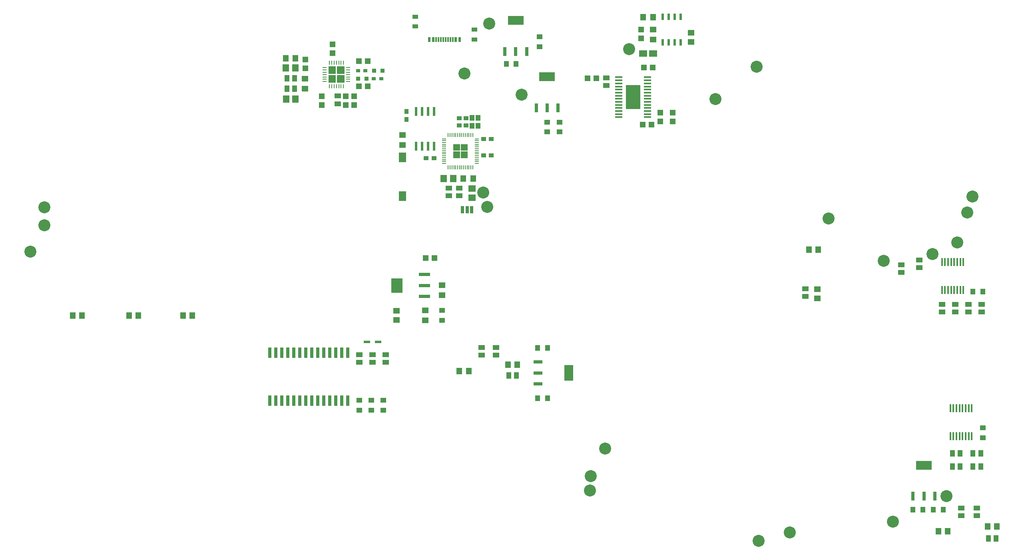
<source format=gtp>
G04*
G04 #@! TF.GenerationSoftware,Altium Limited,Altium Designer,25.1.2 (22)*
G04*
G04 Layer_Color=8421504*
%FSLAX25Y25*%
%MOIN*%
G70*
G04*
G04 #@! TF.SameCoordinates,3AA37EA1-F988-493A-ACA0-F71776FBCFF4*
G04*
G04*
G04 #@! TF.FilePolarity,Positive*
G04*
G01*
G75*
%ADD20C,0.10000*%
%ADD21R,0.06844X0.05500*%
%ADD22R,0.05700X0.04400*%
%ADD23R,0.02600X0.07300*%
%ADD24R,0.02500X0.09000*%
%ADD25R,0.02100X0.07200*%
%ADD26R,0.02200X0.05750*%
%ADD27R,0.03858X0.03189*%
%ADD28R,0.04600X0.05700*%
%ADD29R,0.04800X0.04900*%
%ADD30R,0.03800X0.03400*%
%ADD31R,0.03600X0.00700*%
%ADD32R,0.00700X0.03600*%
%ADD33R,0.03600X0.01000*%
%ADD34R,0.01000X0.03600*%
%ADD35R,0.06299X0.01772*%
%ADD36R,0.12205X0.20394*%
%ADD37R,0.01400X0.07000*%
%ADD38R,0.05906X0.07874*%
%ADD39R,0.03200X0.03000*%
%ADD40R,0.05100X0.04200*%
%ADD41R,0.04724X0.03543*%
%ADD42R,0.09830X0.12192*%
%ADD43R,0.09830X0.03137*%
%ADD44R,0.05800X0.02000*%
%ADD45R,0.02600X0.06100*%
%ADD46R,0.03400X0.04200*%
%ADD47R,0.03940X0.04759*%
%ADD48R,0.05000X0.05500*%
%ADD49R,0.05121X0.04169*%
%ADD50R,0.05200X0.05900*%
%ADD51R,0.02362X0.04488*%
%ADD52R,0.01181X0.04488*%
%ADD53R,0.04331X0.05512*%
%ADD54R,0.04200X0.03400*%
%ADD55R,0.05900X0.05200*%
%ADD56R,0.04200X0.05100*%
%ADD57R,0.05000X0.05000*%
%ADD58R,0.05000X0.05000*%
%ADD59R,0.05500X0.05000*%
%ADD60R,0.05700X0.04600*%
%ADD61R,0.04400X0.05700*%
%ADD62R,0.05512X0.04331*%
%ADD63R,0.07300X0.02600*%
G36*
X292706Y436394D02*
X286394D01*
Y442706D01*
X292706D01*
Y436394D01*
D02*
G37*
G36*
X285606D02*
X279294D01*
Y442706D01*
X285606D01*
Y436394D01*
D02*
G37*
G36*
X292706Y429294D02*
X286394D01*
Y435606D01*
X292706D01*
Y429294D01*
D02*
G37*
G36*
X285606D02*
X279294D01*
Y435606D01*
X285606D01*
Y429294D01*
D02*
G37*
G36*
X389106Y372494D02*
X383594D01*
Y378006D01*
X389106D01*
Y372494D01*
D02*
G37*
G36*
Y366194D02*
X383594D01*
Y371706D01*
X389106D01*
Y366194D01*
D02*
G37*
G36*
X395406Y371706D02*
X389894D01*
Y366194D01*
X395406D01*
Y371706D01*
D02*
G37*
G36*
Y378006D02*
X389894D01*
Y372494D01*
X395406D01*
Y378006D01*
D02*
G37*
G36*
X442100Y477450D02*
Y484750D01*
X429100D01*
Y477450D01*
X442100D01*
D02*
G37*
G36*
X476250Y180500D02*
X483550D01*
Y193500D01*
X476250D01*
Y180500D01*
D02*
G37*
G36*
X782500Y106250D02*
Y113550D01*
X769500D01*
Y106250D01*
X782500D01*
D02*
G37*
G36*
X468200Y430450D02*
Y437750D01*
X455200D01*
Y430450D01*
X468200D01*
D02*
G37*
D20*
X42400Y310100D02*
D03*
X664000Y54000D02*
D03*
X602000Y415500D02*
D03*
X440600Y419100D02*
D03*
X413400Y478600D02*
D03*
X392700Y436900D02*
D03*
X636300Y442400D02*
D03*
X530100Y457100D02*
D03*
X42300Y325200D02*
D03*
X30800Y288200D02*
D03*
X696300Y315900D02*
D03*
X783100Y286300D02*
D03*
X803865Y295862D02*
D03*
X742500Y280700D02*
D03*
X816300Y334200D02*
D03*
X812100Y320900D02*
D03*
X408300Y337400D02*
D03*
X411700Y325600D02*
D03*
X510000Y124000D02*
D03*
X498000Y101000D02*
D03*
X497587Y89000D02*
D03*
X750000Y63000D02*
D03*
X794875Y84211D02*
D03*
X638000Y47000D02*
D03*
D21*
X550278Y453500D02*
D03*
X541722D02*
D03*
D22*
X327000Y195750D02*
D03*
Y202250D02*
D03*
X407000Y201750D02*
D03*
Y208250D02*
D03*
X419000D02*
D03*
Y201750D02*
D03*
X305000Y195750D02*
D03*
Y202250D02*
D03*
X316000Y195750D02*
D03*
Y202250D02*
D03*
X511000Y433250D02*
D03*
Y426750D02*
D03*
X677000Y250750D02*
D03*
Y257250D02*
D03*
X772000Y274750D02*
D03*
Y281250D02*
D03*
X757000Y277250D02*
D03*
Y270750D02*
D03*
X824000Y244250D02*
D03*
Y237750D02*
D03*
X802000D02*
D03*
Y244250D02*
D03*
X813000Y237750D02*
D03*
Y244250D02*
D03*
X791000D02*
D03*
Y237750D02*
D03*
X807000Y74250D02*
D03*
Y67750D02*
D03*
X820000D02*
D03*
Y74250D02*
D03*
X287090Y411623D02*
D03*
Y418123D02*
D03*
D23*
X766950Y84100D02*
D03*
X776000D02*
D03*
X785050D02*
D03*
X452650Y408300D02*
D03*
X461700D02*
D03*
X470750D02*
D03*
X444650Y455300D02*
D03*
X435600D02*
D03*
X426550D02*
D03*
D24*
X295500Y164000D02*
D03*
X290500D02*
D03*
X285500D02*
D03*
X280500D02*
D03*
X275500D02*
D03*
X270500D02*
D03*
X265500D02*
D03*
X260500D02*
D03*
X255500D02*
D03*
X250500D02*
D03*
X245500D02*
D03*
X240500D02*
D03*
X235500D02*
D03*
X230500D02*
D03*
Y204000D02*
D03*
X235500D02*
D03*
X240500D02*
D03*
X245500D02*
D03*
X250500D02*
D03*
X255500D02*
D03*
X260500D02*
D03*
X265500D02*
D03*
X270500D02*
D03*
X275500D02*
D03*
X280500D02*
D03*
X285500D02*
D03*
X290500D02*
D03*
X295500D02*
D03*
D25*
X352500Y376050D02*
D03*
X357500D02*
D03*
X362500D02*
D03*
X367500D02*
D03*
Y405150D02*
D03*
X362500D02*
D03*
X357500D02*
D03*
X352500D02*
D03*
D26*
X558000Y484225D02*
D03*
X563000D02*
D03*
X568000D02*
D03*
X573000D02*
D03*
Y462775D02*
D03*
X568000D02*
D03*
X563000D02*
D03*
X558000D02*
D03*
D27*
X394100Y399647D02*
D03*
Y393576D02*
D03*
X388600Y399647D02*
D03*
Y393576D02*
D03*
D28*
X251944Y449571D02*
D03*
X243644D02*
D03*
X391850Y349100D02*
D03*
X400150D02*
D03*
X550150Y484000D02*
D03*
X541850D02*
D03*
D29*
X304738Y426361D02*
D03*
X312238D02*
D03*
Y447044D02*
D03*
X304738D02*
D03*
D30*
X311138Y432505D02*
D03*
X304238D02*
D03*
X317494Y439298D02*
D03*
X324394D02*
D03*
D31*
X375900Y382336D02*
D03*
Y380761D02*
D03*
Y379187D02*
D03*
Y377612D02*
D03*
Y376037D02*
D03*
Y374462D02*
D03*
Y372887D02*
D03*
Y371313D02*
D03*
Y369738D02*
D03*
Y368163D02*
D03*
Y366588D02*
D03*
Y365013D02*
D03*
Y363439D02*
D03*
Y361864D02*
D03*
X403100D02*
D03*
Y363439D02*
D03*
Y365013D02*
D03*
Y366588D02*
D03*
Y368163D02*
D03*
Y369738D02*
D03*
Y371313D02*
D03*
Y372887D02*
D03*
Y374462D02*
D03*
Y376037D02*
D03*
Y377612D02*
D03*
Y379187D02*
D03*
Y380761D02*
D03*
Y382336D02*
D03*
D32*
X379264Y358500D02*
D03*
X380839D02*
D03*
X382413D02*
D03*
X383988D02*
D03*
X385563D02*
D03*
X387138D02*
D03*
X388713D02*
D03*
X390287D02*
D03*
X391862D02*
D03*
X393437D02*
D03*
X395012D02*
D03*
X396587D02*
D03*
X398161D02*
D03*
X399736D02*
D03*
Y385700D02*
D03*
X398161D02*
D03*
X396587D02*
D03*
X395012D02*
D03*
X393437D02*
D03*
X391862D02*
D03*
X390287D02*
D03*
X388713D02*
D03*
X387138D02*
D03*
X385563D02*
D03*
X383988D02*
D03*
X382413D02*
D03*
X380839D02*
D03*
X379264D02*
D03*
D33*
X295850Y441905D02*
D03*
Y439937D02*
D03*
Y437968D02*
D03*
Y436000D02*
D03*
Y434031D02*
D03*
Y432063D02*
D03*
Y430094D02*
D03*
X276150D02*
D03*
Y432063D02*
D03*
Y434031D02*
D03*
Y436000D02*
D03*
Y437968D02*
D03*
Y439937D02*
D03*
Y441905D02*
D03*
D34*
X291905Y426150D02*
D03*
X289937D02*
D03*
X287968D02*
D03*
X286000D02*
D03*
X284032D02*
D03*
X282063D02*
D03*
X280095D02*
D03*
Y445850D02*
D03*
X282063D02*
D03*
X284032D02*
D03*
X286000D02*
D03*
X287968D02*
D03*
X289937D02*
D03*
X291905D02*
D03*
D35*
X545500Y400441D02*
D03*
Y403000D02*
D03*
Y405559D02*
D03*
Y408118D02*
D03*
Y410677D02*
D03*
Y413236D02*
D03*
Y415795D02*
D03*
Y418354D02*
D03*
Y420913D02*
D03*
Y423472D02*
D03*
Y426031D02*
D03*
Y428590D02*
D03*
Y431150D02*
D03*
Y433709D02*
D03*
X521484D02*
D03*
Y431150D02*
D03*
Y428590D02*
D03*
Y426031D02*
D03*
Y423472D02*
D03*
Y420913D02*
D03*
Y418354D02*
D03*
Y415795D02*
D03*
Y413236D02*
D03*
Y410677D02*
D03*
Y408118D02*
D03*
Y405559D02*
D03*
Y403000D02*
D03*
Y400441D02*
D03*
D36*
X533492Y417075D02*
D03*
D37*
X815957Y157700D02*
D03*
X813398D02*
D03*
X810839D02*
D03*
X808280D02*
D03*
X805721D02*
D03*
X803161D02*
D03*
X800602D02*
D03*
X798043D02*
D03*
Y134300D02*
D03*
X800602D02*
D03*
X803161D02*
D03*
X805721D02*
D03*
X808280D02*
D03*
X810839D02*
D03*
X813398D02*
D03*
X815957D02*
D03*
X808957Y279700D02*
D03*
X806398D02*
D03*
X803839D02*
D03*
X801280D02*
D03*
X798721D02*
D03*
X796161D02*
D03*
X793602D02*
D03*
X791043D02*
D03*
Y256300D02*
D03*
X793602D02*
D03*
X796161D02*
D03*
X798721D02*
D03*
X801280D02*
D03*
X803839D02*
D03*
X806398D02*
D03*
X808957D02*
D03*
D38*
X341000Y366883D02*
D03*
Y334600D02*
D03*
D39*
X317194Y432404D02*
D03*
X323493D02*
D03*
X310281Y439298D02*
D03*
X303982D02*
D03*
D40*
X374000Y230950D02*
D03*
Y239050D02*
D03*
X472200Y388150D02*
D03*
Y396250D02*
D03*
X461700D02*
D03*
Y388150D02*
D03*
X455600Y459350D02*
D03*
Y467450D02*
D03*
X825000Y132950D02*
D03*
Y141050D02*
D03*
D41*
X351900Y476066D02*
D03*
Y484334D02*
D03*
X401000Y465266D02*
D03*
Y473534D02*
D03*
D42*
X336386Y260000D02*
D03*
D43*
X359614Y269055D02*
D03*
Y260000D02*
D03*
Y250945D02*
D03*
D44*
X311350Y212850D02*
D03*
X320650D02*
D03*
D45*
X398937Y323224D02*
D03*
X395000D02*
D03*
X391063D02*
D03*
D46*
X344300Y398650D02*
D03*
Y405150D02*
D03*
D47*
X404100Y399877D02*
D03*
Y393347D02*
D03*
X399100Y399877D02*
D03*
Y393347D02*
D03*
D48*
X66150Y235000D02*
D03*
X73850D02*
D03*
X388597Y188572D02*
D03*
X396298D02*
D03*
X436850Y194000D02*
D03*
X429150D02*
D03*
X687850Y290000D02*
D03*
X680150D02*
D03*
X788150Y55000D02*
D03*
X795850D02*
D03*
X836850Y59000D02*
D03*
X829150D02*
D03*
X158150Y235000D02*
D03*
X165850D02*
D03*
X120850D02*
D03*
X113150D02*
D03*
D49*
X305000Y155947D02*
D03*
Y164053D02*
D03*
X325000Y155947D02*
D03*
Y164053D02*
D03*
X315000D02*
D03*
Y155947D02*
D03*
D50*
X244041Y415569D02*
D03*
X251903D02*
D03*
X375569Y349100D02*
D03*
X383431D02*
D03*
X251725Y441475D02*
D03*
X243864D02*
D03*
D51*
X363524Y465287D02*
D03*
X366673D02*
D03*
X385571D02*
D03*
X388720D02*
D03*
D52*
X369232D02*
D03*
X371201D02*
D03*
X373169D02*
D03*
X375138D02*
D03*
X377106D02*
D03*
X379075D02*
D03*
X381043D02*
D03*
X383012D02*
D03*
D53*
X251122Y432835D02*
D03*
Y424174D02*
D03*
X244822D02*
D03*
Y432835D02*
D03*
D54*
X415250Y382100D02*
D03*
X408750D02*
D03*
Y368600D02*
D03*
X415250D02*
D03*
X367450Y366200D02*
D03*
X360950D02*
D03*
D55*
X399000Y333169D02*
D03*
Y341031D02*
D03*
D56*
X427650Y444900D02*
D03*
X435750D02*
D03*
X462050Y165926D02*
D03*
X453950D02*
D03*
X453950Y208000D02*
D03*
X462050D02*
D03*
X816950Y255000D02*
D03*
X825050D02*
D03*
X783950Y73000D02*
D03*
X792050D02*
D03*
X766950D02*
D03*
X775050D02*
D03*
D57*
X282900Y453950D02*
D03*
Y461250D02*
D03*
X260106Y448493D02*
D03*
Y441193D02*
D03*
X273700Y417850D02*
D03*
Y410550D02*
D03*
X300920Y410523D02*
D03*
Y417823D02*
D03*
X293830Y410523D02*
D03*
Y417823D02*
D03*
X556000Y396850D02*
D03*
Y404150D02*
D03*
X566500Y396850D02*
D03*
Y404150D02*
D03*
X540000Y473650D02*
D03*
Y466350D02*
D03*
D58*
X548750Y394300D02*
D03*
X541450D02*
D03*
X549650Y442000D02*
D03*
X542350D02*
D03*
X495350Y433000D02*
D03*
X502650D02*
D03*
X367650Y283000D02*
D03*
X360350D02*
D03*
D59*
X581725Y463321D02*
D03*
Y471021D02*
D03*
X687000Y249150D02*
D03*
Y256850D02*
D03*
X336000Y238850D02*
D03*
Y231150D02*
D03*
D60*
X341179Y377323D02*
D03*
Y385623D02*
D03*
X550000Y473650D02*
D03*
Y465350D02*
D03*
X374000Y251850D02*
D03*
Y260150D02*
D03*
X360000Y239150D02*
D03*
Y230850D02*
D03*
X259934Y424355D02*
D03*
Y432655D02*
D03*
D61*
X436250Y185000D02*
D03*
X429750D02*
D03*
X829750Y49000D02*
D03*
X836250D02*
D03*
X823400Y120000D02*
D03*
X816900D02*
D03*
X806250D02*
D03*
X799750D02*
D03*
X816900Y109000D02*
D03*
X823400D02*
D03*
X799750D02*
D03*
X806250D02*
D03*
D62*
X379669Y341250D02*
D03*
X388331D02*
D03*
Y334950D02*
D03*
X379669D02*
D03*
D63*
X454100Y196050D02*
D03*
Y187000D02*
D03*
Y177950D02*
D03*
M02*

</source>
